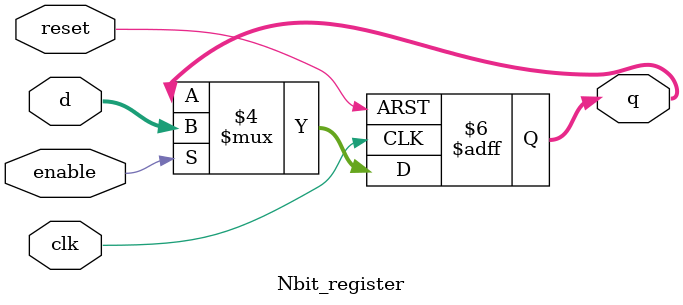
<source format=v>
`timescale 1ns / 1ps

module Nbit_register(
// inputs
clk, enable, d, reset,
// outputs
q
);

parameter N = 8;

input clk;
input enable;
input reset;
input [N-1:0] d;
output reg [N-1:0] q;

always @ (posedge clk or posedge reset)
begin
    if (reset == 1) begin
        q <= 0;
    end else if (enable == 1) begin
        q <= d;
    end
end                
endmodule

</source>
